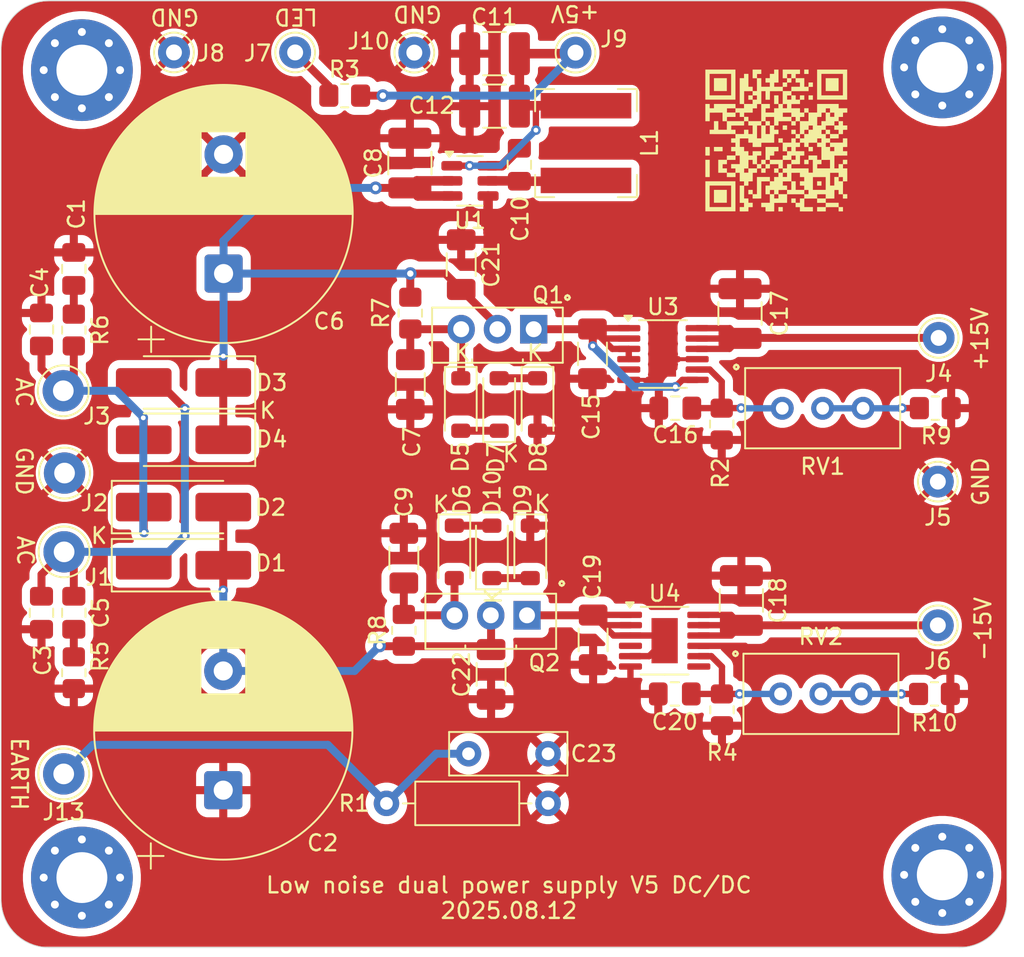
<source format=kicad_pcb>
(kicad_pcb (version 20241229) (generator "pcbnew") (generator_version "9.0")
  (layers (0 "F.Cu" signal) (2 "B.Cu" signal) (13 "F.Paste" user) (15 "B.Paste" user) (5 "F.SilkS" user "F.Silkscreen") (7 "B.SilkS" user "B.Silkscreen") (1 "F.Mask" user) (3 "B.Mask" user) (25 "Edge.Cuts" user))
  (net 0 "")
  (net 1 "GND")
  (net 2 "Net-(D3-K)")
  (net 3 "Net-(D1-A)")
  (net 4 "Net-(D1-K)")
  (net 5 "Net-(D2-K)")
  (net 6 "Net-(D5-K)")
  (net 7 "Net-(D6-A)")
  (net 8 "Net-(U1-BST)")
  (net 9 "Net-(C5-Pad2)")
  (net 10 "Net-(C6-Pad2)")
  (net 11 "/SWOUT")
  (net 12 "Net-(Q1-E)")
  (net 13 "Net-(U3-SET)")
  (net 14 "Net-(J4-Pin_1)")
  (net 15 "Net-(J6-Pin_1)")
  (net 16 "Net-(R9-Pad1)")
  (net 17 "Net-(R10-Pad2)")
  (net 18 "Net-(Q2-E)")
  (net 19 "Net-(U4-SET)")
  (net 20 "Net-(J13-Pin_1)")
  (net 21 "Net-(D5-A)")
  (net 22 "Net-(D10-A)")
  (net 23 "Net-(D7-A)")
  (net 24 "Net-(D10-K)")
  (net 25 "Net-(J7-Pin_1)")
  (net 29 "/VOUT")
  (footprint "MountingHole:MountingHole_3.2mm_M3_Pad_Via" (layer "F.Cu") (at 85.09 84.5)
    (property "Reference" "H2" (hide yes))
    (property "Value" "MountingHole")
  )
  (footprint "Connector_Pin:Pin_D1.0mm_L10.0mm" (layer "F.Cu") (at 138.9126 59.5884)
    (property "Reference" "J5")
    (property "Value" "GND")
  )
  (footprint "Capacitor_THT:CP_Radial_D16.0mm_P7.50mm" (layer "F.Cu") (at 94 46.5 90)
    (property "Reference" "C1")
    (property "Value" "2200uF")
  )
  (footprint "MountingHole:MountingHole_3.2mm_M3_Pad_Via" (layer "F.Cu") (at 85.09 33.7)
    (property "Reference" "H1" (hide yes))
    (property "Value" "MountingHole")
  )
  (footprint "MountingHole:MountingHole_3.2mm_M3_Pad_Via" (layer "F.Cu") (at 139.192 33.528)
    (property "Reference" "H4" (hide yes))
    (property "Value" "MountingHole")
  )
  (footprint "Connector_Pin:Pin_D1.3mm_L11.0mm" (layer "F.Cu") (at 83.9724 64.008)
    (property "Reference" "J1")
    (property "Value" "AC")
  )
  (footprint "Connector_Pin:Pin_D1.0mm_L10.0mm" (layer "F.Cu") (at 138.9634 50.546)
    (property "Reference" "J4")
    (property "Value" "+15V")
  )
  (footprint "Potentiometer_THT:Potentiometer_Bourns_3296W_Vertical" (layer "F.Cu") (at 129.1302 54.9756 180)
    (property "Reference" "RV1")
    (property "Value" "200k")
  )
  (footprint "Capacitor_THT:CP_Radial_D16.0mm_P7.50mm" (layer "F.Cu") (at 93.98 79 90)
    (property "Reference" "C2")
    (property "Value" "2200uF")
  )
  (footprint "MountingHole:MountingHole_3.2mm_M3_Pad_Via" (layer "F.Cu") (at 139.192 84.328)
    (property "Reference" "H3" (hide yes))
    (property "Value" "MountingHole")
  )
  (footprint "Connector_Pin:Pin_D1.0mm_L10.0mm" (layer "F.Cu") (at 98.5 32.5878)
    (property "Reference" "J7")
    (property "Value" "LED")
  )
  (footprint "Connector_Pin:Pin_D1.0mm_L10.0mm" (layer "F.Cu") (at 90.88 32.5878)
    (property "Reference" "J8")
    (property "Value" "GND")
  )
  (footprint "Connector_Pin:Pin_D1.0mm_L10.0mm" (layer "F.Cu") (at 116.1288 32.6005)
    (property "Reference" "J9")
    (property "Value" "+5V")
  )
  (footprint "Connector_Pin:Pin_D1.0mm_L10.0mm" (layer "F.Cu") (at 105.9942 32.6005)
    (property "Reference" "J10")
    (property "Value" "GND")
  )
  (footprint "Resistor_SMD:R_0805_2012Metric_Pad1.20x1.40mm_HandSolder" (layer "F.Cu") (at 101.616 35.306)
    (property "Reference" "R3")
    (property "Value" "240R")
  )
  (footprint "Connector_Pin:Pin_D1.3mm_L11.0mm" (layer "F.Cu") (at 84 59.0505)
    (property "Reference" "J2")
    (property "Value" "GND")
  )
  (footprint "Capacitor_SMD:C_1210_3225Metric_Pad1.33x2.70mm_HandSolder" (layer "F.Cu") (at 126.4732 49.0139 90)
    (property "Reference" "C17")
    (property "Value" "10uF/100V")
  )
  (footprint "Diode_SMD:D_SMA_Handsoldering" (layer "F.Cu") (at 91.48 64.849)
    (property "Reference" "D1")
    (property "Value" "BYG20D")
  )
  (footprint "Diode_SMD:D_SMA_Handsoldering" (layer "F.Cu") (at 91.48 61.1914)
    (property "Reference" "D2")
    (property "Value" "BYG20D")
  )
  (footprint "Potentiometer_THT:Potentiometer_Bourns_3296W_Vertical" (layer "F.Cu") (at 129.0217 72.9459 180)
    (property "Reference" "RV2")
    (property "Value" "200k")
  )
  (footprint "Connector_Pin:Pin_D1.3mm_L11.0mm" (layer "F.Cu") (at 83.9216 53.8734)
    (property "Reference" "J3")
    (property "Value" "AC")
  )
  (footprint "Diode_SMD:D_SMA_Handsoldering" (layer "F.Cu") (at 91.48 53.349 180)
    (property "Reference" "D3")
    (property "Value" "BYG20D")
  )
  (footprint "Diode_SMD:D_SMA_Handsoldering" (layer "F.Cu") (at 91.48 56.9558 180)
    (property "Reference" "D4")
    (property "Value" "BYG20D")
  )
  (footprint "Capacitor_SMD:C_0805_2012Metric_Pad1.18x1.45mm_HandSolder" (layer "F.Cu") (at 82.55 67.8395 -90)
    (property "Reference" "C3")
    (property "Value" "Cx/10nF/50V")
  )
  (footprint "Capacitor_SMD:C_0805_2012Metric_Pad1.18x1.45mm_HandSolder" (layer "F.Cu") (at 82.55 50.0165 -90)
    (property "Reference" "C4")
    (property "Value" "Cx/10nF/50V")
  )
  (footprint "Capacitor_SMD:C_0805_2012Metric_Pad1.18x1.45mm_HandSolder" (layer "F.Cu") (at 84.582 67.8395 -90)
    (property "Reference" "C5")
    (property "Value" "Cs/50V")
  )
  (footprint "Capacitor_SMD:C_0805_2012Metric_Pad1.18x1.45mm_HandSolder" (layer "F.Cu") (at 84.582 46.2065 -90)
    (property "Reference" "C6")
    (property "Value" "Cs/50V")
  )
  (footprint "Capacitor_SMD:C_1206_3216Metric_Pad1.33x1.80mm_HandSolder" (layer "F.Cu") (at 105.7402 53.4801 -90)
    (property "Reference" "C7")
    (property "Value" "4.7uF/100V")
  )
  (footprint "Capacitor_SMD:C_1206_3216Metric_Pad1.33x1.80mm_HandSolder" (layer "F.Cu") (at 105.3338 64.4013 -90)
    (property "Reference" "C9")
    (property "Value" "4.7uF/100V")
  )
  (footprint "Diode_SMD:D_SOD-123" (layer "F.Cu") (at 108.9152 54.736 -90)
    (property "Reference" "D5")
    (property "Value" "MMSZ5232B/5.6V")
  )
  (footprint "Diode_SMD:D_SOD-123" (layer "F.Cu") (at 108.508 64.009 -90)
    (property "Reference" "D6")
    (property "Value" "MMSZ5232B/5.6V")
  )
  (footprint "Package_TO_SOT_THT:TO-126-3_Vertical" (layer "F.Cu") (at 113.5 50 180)
    (property "Reference" "Q1")
    (property "Value" "BD139")
  )
  (footprint "Package_TO_SOT_THT:TO-126-3_Vertical" (layer "F.Cu") (at 113.08 68 180)
    (property "Reference" "Q2")
    (property "Value" "BD140")
  )
  (footprint "Resistor_SMD:R_0805_2012Metric_Pad1.20x1.40mm_HandSolder" (layer "F.Cu") (at 84.582 71.612 -90)
    (property "Reference" "R5")
    (property "Value" "Rs/1/8W")
  )
  (footprint "Resistor_SMD:R_0805_2012Metric_Pad1.20x1.40mm_HandSolder" (layer "F.Cu") (at 84.582 50.054 -90)
    (property "Reference" "R6")
    (property "Value" "Rs/1/8W")
  )
  (footprint "Resistor_SMD:R_0805_2012Metric_Pad1.20x1.40mm_HandSolder" (layer "F.Cu") (at 105.7402 48.9872 -90)
    (property "Reference" "R7")
    (property "Value" "430R/0.5W")
  )
  (footprint "Resistor_SMD:R_0805_2012Metric_Pad1.20x1.40mm_HandSolder" (layer "F.Cu") (at 105.3338 68.945 -90)
    (property "Reference" "R8")
    (property "Value" "430R/0.5W")
  )
  (footprint "Capacitor_SMD:C_1210_3225Metric_Pad1.33x2.70mm_HandSolder" (layer "F.Cu") (at 126.5579 67.0654 -90)
    (property "Reference" "C18")
    (property "Value" "10uF/100V")
  )
  (footprint "Diode_SMD:D_SOD-123" (layer "F.Cu") (at 111.3282 54.736 90)
    (property "Reference" "D7")
    (property "Value" "MMSZ5232B/5.6V")
  )
  (footprint "Diode_SMD:D_SOD-123" (layer "F.Cu") (at 113.7412 54.736 -90)
    (property "Reference" "D8")
    (property "Value" "MMSZ5232B/5.6V")
  )
  (footprint "Diode_SMD:D_SOD-123" (layer "F.Cu") (at 113.284 64.009 -90)
    (property "Reference" "D9")
    (property "Value" "MMSZ5232B/5.6V")
  )
  (footprint "Diode_SMD:D_SOD-123" (layer "F.Cu") (at 110.871 64.009 90)
    (property "Reference" "D10")
    (property "Value" "MMSZ5232B/5.6V")
  )
  (footprint "Capacitor_SMD:C_0805_2012Metric_Pad1.18x1.45mm_HandSolder" (layer "F.Cu") (at 122.3708 72.9459)
    (property "Reference" "C20")
    (property "Value" "470nF/50V")
  )
  (footprint "Connector_Pin:Pin_D1.0mm_L10.0mm" (layer "F.Cu") (at 138.9126 68.6308)
    (property "Reference" "J6")
    (property "Value" "-15V")
  )
  (footprint "Capacitor_SMD:C_1206_3216Metric_Pad1.33x1.80mm_HandSolder" (layer "F.Cu") (at 108.9406 45.9375 90)
    (property "Reference" "C21")
    (property "Value" "4.7uF/100V")
  )
  (footprint "Capacitor_SMD:C_1206_3216Metric_Pad1.33x1.80mm_HandSolder" (layer "F.Cu") (at 110.8202 71.7173 90)
    (property "Reference" "C22")
    (property "Value" "4.7uF/100V")
  )
  (footprint "Capacitor_SMD:C_1206_3216Metric_Pad1.33x1.80mm_HandSolder" (layer "F.Cu") (at 117.2361 69.5452 90)
    (property "Reference" "C19")
    (property "Value" "4.7uF/100V")
  )
  (footprint "Package_SO:MSOP-12-1EP_3x4.039mm_P0.65mm_EP1.651x2.845mm" (layer "F.Cu") (at 121.7332 69.5954)
    (property "Reference" "U4")
    (property "Value" "LT3094xMSE")
  )
  (footprint "Capacitor_SMD:C_1206_3216Metric_Pad1.33x1.80mm_HandSolder" (layer "F.Cu") (at 117.1956 51.5497 -90)
    (property "Reference" "C15")
    (property "Value" "4.7uF/100V")
  )
  (footprint "Capacitor_SMD:C_0805_2012Metric_Pad1.18x1.45mm_HandSolder" (layer "F.Cu") (at 122.4065 54.9656 180)
    (property "Reference" "C16")
    (property "Value" "470nF/50V")
  )
  (footprint "Package_SO:MSOP-12-1EP_3x4.039mm_P0.65mm_EP1.651x2.845mm" (layer "F.Cu") (at 121.6282 51.5614)
    (property "Reference" "U3")
    (property "Value" "LT3045xMSE")
  )
  (footprint "Capacitor_THT:C_Rect_L7.2mm_W2.5mm_P5.00mm_FKS2_FKP2_MKS2_MKP2" (layer "F.Cu") (at 109.4016 76.708)
    (property "Reference" "C23")
    (property "Value" "10nF")
  )
  (footprint "LOGO" (layer "F.Cu") (at 128.7526 38.1254)
    (property "Reference" "G***" (hide yes))
    (property "Value" "LOGO" (hide yes))
  )
  (footprint "Capacitor_SMD:C_0805_2012Metric_Pad1.18x1.45mm_HandSolder" (layer "F.Cu") (at 112.5982 39.6533 90)
    (property "Reference" "C10")
    (property "Value" "100nF/50V/X7R")
  )
  (footprint "Capacitor_SMD:C_1210_3225Metric_Pad1.33x2.70mm_HandSolder" (layer "F.Cu") (at 111.0365 35.9664 180)
    (property "Reference" "C12")
    (property "Value" "22uF/25V/X7R")
  )
  (footprint "Connector_Pin:Pin_D1.3mm_L11.0mm" (layer "F.Cu") (at 83.947 77.978)
    (property "Reference" "J13")
    (property "Value" "EARTH")
  )
  (footprint "Resistor_THT:R_Axial_DIN0207_L6.3mm_D2.5mm_P10.16mm_Horizontal" (layer "F.Cu") (at 114.4016 79.8322 180)
    (property "Reference" "R1")
    (property "Value" "100R/0.6W")
  )
  (footprint "Inductor_SMD:L_Bourns-SRN6028" (layer "F.Cu") (at 116.7892 38.29 90)
    (property "Reference" "L1")
    (property "Value" "4.7uH")
  )
  (footprint "Resistor_SMD:R_0805_2012Metric_Pad1.20x1.40mm_HandSolder" (layer "F.Cu") (at 138.6991 72.9459 180)
    (property "Reference" "R10")
    (property "Value" "Rvset")
  )
  (footprint "Resistor_SMD:R_0805_2012Metric_Pad1.20x1.40mm_HandSolder" (layer "F.Cu") (at 125.3387 73.9459 90)
    (property "Reference" "R4")
    (property "Value" "Rvset")
  )
  (footprint "Capacitor_SMD:C_1210_3225Metric_Pad1.33x2.70mm_HandSolder" (layer "F.Cu") (at 111.0357 32.6644 180)
    (property "Reference" "C11")
    (property "Value" "22uF/25V/X7R")
  )
  (footprint "Resistor_SMD:R_0805_2012Metric_Pad1.20x1.40mm_HandSolder" (layer "F.Cu") (at 125.3236 55.9656 -90)
    (property "Reference" "R2")
    (property "Value" "Rvset")
  )
  (footprint "Capacitor_SMD:C_1210_3225Metric_Pad1.33x2.70mm_HandSolder" (layer "F.Cu") (at 105.7148 39.547 90)
    (property "Reference" "C8")
    (property "Value" "10uF/100V/X7R")
  )
  (footprint "Resistor_SMD:R_0805_2012Metric_Pad1.20x1.40mm_HandSolder" (layer "F.Cu") (at 138.7508 54.9656)
    (property "Reference" "R9")
    (property "Value" "Rvset")
  )
  (footprint "Package_TO_SOT_SMD:TSOT-23-6" (layer "F.Cu") (at 109.4939 40.6675)
    (property "Reference" "U1")
    (property "Value" "AP63205WU")
  )
  (gr_arc (start 80.01 32.337) (mid 80.88868 30.21568) (end 83.01 29.337) (stroke (width 0.05)) (layer "Edge.Cuts"))
  (gr_line (start 80.01 85.9) (end 80.01 32.337) (stroke (width 0.05)) (layer "Edge.Cuts"))
  (gr_line (start 83.01 29.337) (end 140.256 29.337) (stroke (width 0.05)) (layer "Edge.Cuts"))
  (gr_arc (start 143.256 85.9) (mid 142.37732 88.02132) (end 140.256 88.9) (stroke (width 0.05)) (layer "Edge.Cuts"))
  (gr_arc (start 83.01 88.9) (mid 80.88868 88.02132) (end 80.01 85.9) (stroke (width 0.05)) (layer "Edge.Cuts"))
  (gr_arc (start 140.256 29.337) (mid 142.37732 30.21568) (end 143.256 32.337) (stroke (width 0.05)) (layer "Edge.Cuts"))
  (gr_line (start 140.256 88.9) (end 83.01 88.9) (stroke (width 0.05)) (layer "Edge.Cuts"))
  (gr_line (start 143.256 32.337) (end 143.256 85.9) (stroke (width 0.05)) (layer "Edge.Cuts"))
  (gr_text "LED" (at 98.552 30.353 180) (layer "F.SilkS") (effects (font (size 1 1))))
  (gr_text "GND" (at 90.932 30.353 180) (layer "F.SilkS") (effects (font (size 1 1))))
  (gr_text "+5V" (at 116.1034 30.1367 180) (layer "F.SilkS") (effects (font (size 1 1))))
  (gr_text "K" (at 86.1695 62.992 0) (layer "F.SilkS") (effects (font (size 1 1))))
  (gr_text "K" (at 96.774 55.118 0) (layer "F.SilkS") (effects (font (size 1 1))))
  (gr_text "K" (at 107.6706 61.0108 0) (layer "F.SilkS") (effects (font (size 1 1))))
  (gr_text "°" (at 126.238 52.7812 0) (layer "F.SilkS") (effects (font (size 1 1))))
  (gr_text "°" (at 115.6208 48.4124 0) (layer "F.SilkS") (effects (font (size 1 1))))
  (gr_text "°" (at 115.2652 66.3956 0) (layer "F.SilkS") (effects (font (size 1 1))))
  (gr_text "-15V" (at 141.7574 68.8594 90) (layer "F.SilkS") (effects (font (size 1 1))))
  (gr_text "AC" (at 81.4578 53.975 270) (layer "F.SilkS") (effects (font (size 1 1))))
  (gr_text "K" (at 109.0168 51.4858 0) (layer "F.SilkS") (effects (font (size 1 1))))
  (gr_text "K" (at 112.0648 57.8612 0) (layer "F.SilkS") (effects (font (size 1 1))))
  (gr_text "EARTH" (at 81.153 77.978 270) (layer "F.SilkS") (effects (font (size 1 1))))
  (gr_text "GND" (at 141.605 59.5884 90) (layer "F.SilkS") (effects (font (size 1 1))))
  (gr_text "K" (at 114.046 60.96 0) (layer "F.SilkS") (effects (font (size 1 1))))
  (gr_text "°" (at 126.1872 70.8152 0) (layer "F.SilkS") (effects (font (size 1 1))))
  (gr_text "K" (at 113.5888 51.4858 0) (layer "F.SilkS") (effects (font (size 1 1))))
  (gr_text "K" (at 110.9726 66.802 90) (layer "F.SilkS") (effects (font (size 1 1))))
  (gr_text "GND" (at 81.4578 58.927955 270) (layer "F.SilkS") (effects (font (size 1 1))))
  (gr_text "GND" (at 106.1974 30.1621 180) (layer "F.SilkS") (effects (font (size 1 1))))
  (gr_text "Low noise dual power supply V5 DC/DC\n2025.08.12" (at 111.9378 85.7758 0) (layer "F.SilkS") (effects (font (size 1 1))))
  (gr_text "AC" (at 81.534 63.9318 270) (layer "F.SilkS") (effects (font (size 1 1))))
  (gr_text "+15V" (at 141.5542 50.6222 90) (layer "F.SilkS") (effects (font (size 1 1))))
  (segment (start 119.4782 53.1864) (end 119.6782 53.3864) (width 0.25) (layer "F.Cu") (net 1))
  (segment (start 123.7782 51.8864) (end 121.9532 51.8864) (width 0.25) (layer "F.Cu") (net 1))
  (segment (start 110.6314 41.6175) (end 110.6314 43.9433) (width 0.6) (layer "F.Cu") (net 1))
  (segment (start 110.6314 43.9433) (end 110.6678 43.9797) (width 0.6) (layer "F.Cu") (net 1))
  (segment (start 126.7836 69.9204) (end 128.0311 71.1679) (width 0.4) (layer "F.Cu") (net 1))
  (segment (start 121.0792 53.1864) (end 121.2662 52.9994) (width 0.25) (layer "F.Cu") (net 1))
  (segment (start 119.4782 53.1864) (end 121.0792 53.1864) (width 0.25) (layer "F.Cu") (net 1))
  (segment (start 123.8832 69.9204) (end 126.7836 69.9204) (width 0.4) (layer "F.Cu") (net 1))
  (segment (start 119.5832 71.2204) (end 119.5832 73.5584) (width 0.25) (layer "F.Cu") (net 1))
  (segment (start 93.98 53.349) (end 93.98 51.689) (width 0.5) (layer "F.Cu") (net 2))
  (segment (start 111.22 50) (end 111.22 49.7794) (width 0.5) (layer "F.Cu") (net 2))
  (segment (start 108.3564 41.6175) (end 106.2228 41.6175) (width 0.6) (layer "F.Cu") (net 2))
  (segment (start 108.3564 40.6675) (end 106.1568 40.6675) (width 0.6) (layer "F.Cu") (net 2))
  (segment (start 111.22 49.7794) (end 108.9406 47.5) (width 0.5) (layer "F.Cu") (net 2))
  (segment (start 106.1568 40.6675) (end 105.7148 41.1095) (width 0.6) (layer "F.Cu") (net 2))
  (segment (start 107.9406 46.5) (end 108.9406 47.5) (width 0.5) (layer "F.Cu") (net 2))
  (segment (start 106.2228 41.6175) (end 105.7148 41.1095) (width 0.6) (layer "F.Cu") (net 2))
  (segment (start 93.98 56.9558) (end 93.98 53.349) (width 0.5) (layer "F.Cu") (net 2))
  (segment (start 105.7148 41.1095) (end 103.5558 41.1095) (width 0.5) (layer "F.Cu") (net 2))
  (segment (start 105.7402 46.5) (end 107.9406 46.5) (width 0.5) (layer "F.Cu") (net 2))
  (segment (start 105.7402 47.9872) (end 105.7402 46.5) (width 0.5) (layer "F.Cu") (net 2))
  (via (at 105.7402 46.5) (size 0.8) (drill 0.4) (layers "F.Cu" "B.Cu") (net 2))
  (via (at 103.5558 41.1095) (size 0.8) (drill 0.4) (layers "F.Cu" "B.Cu") (net 2))
  (via (at 93.98 51.689) (size 0.6) (drill 0.3) (layers "F.Cu" "B.Cu") (net 2))
  (segment (start 94 51.669) (end 94 46.5) (width 0.5) (layer "B.Cu") (net 2))
  (segment (start 93.98 51.689) (end 94 51.669) (width 0.5) (layer "B.Cu") (net 2))
  (segment (start 105.7402 46.5) (end 94 46.5) (width 0.5) (layer "B.Cu") (net 2))
  (segment (start 97.3205 41.1095) (end 93.98 44.45) (width 0.5) (layer "B.Cu") (net 2))
  (segment (start 93.98 44.45) (end 94 44.47) (width 0.5) (layer "B.Cu") (net 2))
  (segment (start 103.5558 41.1095) (end 97.3205 41.1095) (width 0.5) (layer "B.Cu") (net 2))
  (segment (start 94 44.47) (end 94 46.5) (width 0.5) (layer "B.Cu") (net 2))
  (segment (start 110.8202 68.0202) (end 110.8 68) (width 0.5) (layer "F.Cu") (net 3))
  (segment (start 93.98 61.1914) (end 93.98 64.849) (width 0.5) (layer "F.Cu") (net 3))
  (segment (start 105.3338 69.945) (end 110.6104 69.945) (width 0.5) (layer "F.Cu") (net 3))
  (segment (start 93.98 64.849) (end 93.98 66.421) (width 0.5) (layer "F.Cu") (net 3))
  (segment (start 103.8286 69.945) (end 103.8098 69.9262) (width 0.5) (layer "F.Cu") (net 3))
  (segment (start 110.6104 69.945) (end 110.8202 70.1548) (width 0.5) (layer "F.Cu") (net 3))
  (segment (start 110.8202 70.1548) (end 110.8202 68.0202) (width 0.5) (layer "F.Cu") (net 3))
  (segment (start 105.3338 69.945) (end 103.8286 69.945) (width 0.5) (layer "F.Cu") (net 3))
  (via (at 103.8098 69.9262) (size 0.8) (drill 0.4) (layers "F.Cu" "B.Cu") (net 3))
  (via (at 93.98 66.421) (size 0.6) (drill 0.3) (layers "F.Cu" "B.Cu") (net 3))
  (segment (start 102.236 71.5) (end 93.98 71.5) (width 0.5) (layer "B.Cu") (net 3))
  (segment (start 103.8098 69.9262) (end 102.236 71.5) (width 0.5) (layer "B.Cu") (net 3))
  (segment (start 93.98 66.421) (end 93.98 71.5) (width 0.5) (layer "B.Cu") (net 3))
  (segment (start 89.925 53.349) (end 91.567 54.991) (width 0.5) (layer "F.Cu") (net 4))
  (segment (start 84.582 66.802) (end 84.582 64.6176) (width 0.5) (layer "F.Cu") (net 4))
  (segment (start 82.55 65.4304) (end 83.9724 64.008) (width 0.5) (layer "F.Cu") (net 4))
  (segment (start 89.71 64.849) (end 91.567 62.992) (width 0.5) (layer "F.Cu") (net 4))
  (segment (start 82.55 66.802) (end 82.55 65.4304) (width 0.5) (layer "F.Cu") (net 4))
  (via (at 91.567 54.991) (size 0.6) (drill 0.3) (layers "F.Cu" "B.Cu") (net 4))
  (via (at 91.567 62.992) (size 0.6) (drill 0.3) (layers "F.Cu" "B.Cu") (net 4))
  (segment (start 90.551 64.008) (end 91.567 62.992) (width 0.5) (layer "B.Cu") (net 4))
  (segment (start 91.567 62.992) (end 91.567 54.991) (width 0.5) (layer "B.Cu") (net 4))
  (segment (start 83.9724 64.008) (end 90.551 64.008) (width 0.5) (layer "B.Cu") (net 4))
  (segment (start 88.98 61.1914) (end 88.98 62.7672) (width 0.5) (layer "F.Cu") (net 5))
  (segment (start 88.98 55.6044) (end 88.9508 55.5752) (width 0.5) (layer "F.Cu") (net 5))
  (segment (start 88.98 56.9558) (end 88.98 55.6044) (width 0.5) (layer "F.Cu") (net 5))
  (segment (start 84.582 51.054) (end 84.582 53.213) (width 0.5) (layer "F.Cu") (net 5))
  (segment (start 82.55 51.054) (end 82.55 52.5018) (width 0.5) (layer "F.Cu") (net 5))
  (segment (start 82.55 52.5018) (end 83.9216 53.8734) (width 0.5) (layer "F.Cu") (net 5))
  (segment (start 88.98 62.7672) (end 89.0016 62.7888) (width 0.5) (layer "F.Cu") (net 5))
  (via (at 89.0016 62.7888) (size 0.6) (drill 0.3) (layers "F.Cu" "B.Cu") (net 5))
  (via (at 88.9508 55.5752) (size 0.6) (drill 0.3) (layers "F.Cu" "B.Cu") (net 5))
  (segment (start 88.9508 55.5453) (end 87.2789 53.8734) (width 0.5) (layer "B.Cu") (net 5))
  (segment (start 88.9508 55.5752) (end 88.9508 55.5453) (width 0.5) (layer "B.Cu") (net 5))
  (segment (start 88.9508 62.738) (end 88.9508 55.5752) (width 0.5) (layer "B.Cu") (net 5))
  (segment (start 89.0016 62.7888) (end 88.9508 62.738) (width 0.5) (layer "B.Cu") (net 5))
  (segment (start 83.9216 53.8734) (end 87.2789 53.8734) (width 0.5) (layer "B.Cu") (net 5))
  (segment (start 108.94 50) (end 105.753 50) (width 0.5) (layer "F.Cu") (net 6))
  (segment (start 105.753 50) (end 105.7402 49.9872) (width 0.5) (layer "F.Cu") (net 6))
  (segment (start 105.7402 49.9872) (end 105.7402 51.9176) (width 0.5) (layer "F.Cu") (net 6))
  (segment (start 108.94 50) (end 108.94 53.0612) (width 0.5) (layer "F.Cu") (net 6))
  (segment (start 108.94 53.0612) (end 108.9152 53.086) (width 0.5) (layer "F.Cu") (net 6))
  (segment (start 105.3888 68) (end 105.3338 67.945) (width 0.5) (layer "F.Cu") (net 7))
  (segment (start 108.52 65.671) (end 108.508 65.659) (width 0.5) (layer "F.Cu") (net 7))
  (segment (start 108.52 68) (end 108.52 65.671) (width 0.5) (layer "F.Cu") (net 7))
  (segment (start 108.52 68) (end 105.3888 68) (width 0.5) (layer "F.Cu") (net 7))
  (segment (start 105.3338 67.945) (end 105.3338 65.9638) (width 0.5) (layer "F.Cu") (net 7))
  (segment (start 110.6314 39.7175) (end 111.4965 39.7175) (width 0.6) (layer "F.Cu") (net 8))
  (segment (start 111.4965 39.7175) (end 112.5982 38.6158) (width 0.6) (layer "F.Cu") (net 8))
  (segment (start 84.582 70.612) (end 84.582 68.877) (width 0.5) (layer "F.Cu") (net 9))
  (segment (start 84.582 49.054) (end 84.582 47.244) (width 0.5) (layer "F.Cu") (net 10))
  (segment (start 112.5982 40.6908) (end 116.7384 40.6908) (width 0.6) (layer "F.Cu") (net 11))
  (segment (start 110.6314 40.6675) (end 112.5749 40.6675) (width 0.6) (layer "F.Cu") (net 11))
  (segment (start 112.5749 40.6675) (end 112.5982 40.6908) (width 0.6) (layer "F.Cu") (net 11))
  (segment (start 116.7384 40.6908) (end 116.7892 40.64) (width 0.6) (layer "F.Cu") (net 11))
  (segment (start 119.4782 51.8864) (end 119.4782 51.2364) (width 0.4) (layer "F.Cu") (net 12))
  (segment (start 123.7782 53.1864) (end 122.8472 53.1864) (width 0.4) (layer "F.Cu") (net 12))
  (segment (start 117.2464 49.9364) (end 117.1956 49.9872) (width 0.4) (layer "F.Cu") (net 12))
  (segment (start 119.4782 49.9364) (end 117.2464 49.9364) (width 0.4) (layer "F.Cu") (net 12))
  (segment (start 117.2149 50.0065) (end 117.1956 49.9872) (width 0.5) (layer "F.Cu") (net 12))
  (segment (start 117.7948 50.5864) (end 117.1956 49.9872) (width 0.4) (layer "F.Cu") (net 12))
  (segment (start 119.4782 50.5864) (end 117.7948 50.5864) (width 0.4) (layer "F.Cu") (net 12))
  (segment (start 117.2149 51.054) (end 117.2149 50.0065) (width 0.5) (layer "F.Cu") (net 12))
  (segment (start 117.1828 50) (end 117.1956 49.9872) (width 0.5) (layer "F.Cu") (net 12))
  (segment (start 118.4448 51.2364) (end 117.1956 49.9872) (width 0.4) (layer "F.Cu") (net 12))
  (segment (start 122.8472 53.1864) (end 122.4092 53.6244) (width 0.4) (layer "F.Cu") (net 12))
  (segment (start 119.4782 51.2364) (end 118.4448 51.2364) (width 0.4) (layer "F.Cu") (net 12))
  (segment (start 113.5 50) (end 117.1828 50) (width 0.5) (layer "F.Cu") (net 12))
  (via (at 122.4092 53.6244) (size 0.6) (drill 0.3) (layers "F.Cu" "B.Cu") (net 12))
  (via (at 117.2149 51.054) (size 0.6) (drill 0.3) (layers "F.Cu" "B.Cu") (net 12))
  (segment (start 119.7853 53.6244) (end 117.2149 51.054) (width 0.5) (layer "B.Cu") (net 12))
  (segment (start 122.4092 53.6244) (end 119.7853 53.6244) (width 0.5) (layer "B.Cu") (net 12))
  (segment (start 125.3236 53.295508) (end 125.3236 54.9656) (width 0.4) (layer "F.Cu") (net 13))
  (segment (start 123.7782 52.5364) (end 124.564492 52.5364) (width 0.4) (layer "F.Cu") (net 13))
  (segment (start 124.564492 52.5364) (end 125.3236 53.295508) (width 0.4) (layer "F.Cu") (net 13))
  (segment (start 125.3236 54.9656) (end 123.444 54.9656) (width 0.4) (layer "F.Cu") (net 13))
  (segment (start 126.5428 54.9656) (end 125.3236 54.9656) (width 0.4) (layer "F.Cu") (net 13))
  (via (at 126.5428 54.9656) (size 0.6) (drill 0.3) (layers "F.Cu" "B.Cu") (net 13))
  (segment (start 129.1302 54.9756) (end 126.5528 54.9756) (width 0.4) (layer "B.Cu") (net 13))
  (segment (start 126.5528 54.9756) (end 126.5428 54.9656) (width 0.4) (layer "B.Cu") (net 13))
  (segment (start 123.7782 50.5864) (end 126.4632 50.5864) (width 0.4) (layer "F.Cu") (net 14))
  (segment (start 126.5036 50.546) (end 126.4732 50.5764) (width 0.5) (layer "F.Cu") (net 14))
  (segment (start 138.9634 50.546) (end 126.5036 50.546) (width 0.5) (layer "F.Cu") (net 14))
  (segment (start 123.7782 49.9364) (end 125.8332 49.9364) (width 0.4) (layer "F.Cu") (net 14))
  (segment (start 123.7782 51.2364) (end 125.8132 51.2364) (width 0.4) (layer "F.Cu") (net 14))
  (segment (start 125.8332 49.9364) (end 126.4732 50.5764) (width 0.4) (layer "F.Cu") (net 14))
  (segment (start 125.8132 51.2364) (end 126.4732 50.5764) (width 0.4) (layer "F.Cu") (net 14))
  (segment (start 126.4632 50.5864) (end 126.4732 50.5764) (width 0.4) (layer "F.Cu") (net 14))
  (segment (start 123.8832 68.6204) (end 126.5504 68.6204) (width 0.4) (layer "F.Cu") (net 15))
  (segment (start 138.9126 68.6308) (end 126.5608 68.6308) (width 0.5) (layer "F.Cu") (net 15))
  (segment (start 126.5504 68.6204) (end 126.5579 68.6279) (width 0.4) (layer "F.Cu") (net 15))
  (segment (start 123.8832 69.2704) (end 125.9154 69.2704) (width 0.4) (layer "F.Cu") (net 15))
  (segment (start 126.5608 68.6308) (end 126.5579 68.6279) (width 0.5) (layer "F.Cu") (net 15))
  (segment (start 125.9154 69.2704) (end 126.5579 68.6279) (width 0.4) (layer "F.Cu") (net 15))
  (segment (start 123.8832 67.9704) (end 125.9004 67.9704) (width 0.4) (layer "F.Cu") (net 15))
  (segment (start 125.9004 67.9704) (end 126.5579 68.6279) (width 0.4) (layer "F.Cu") (net 15))
  (segment (start 136.652 54.9656) (end 137.7508 54.9656) (width 0.4) (layer "F.Cu") (net 16))
  (segment (start 137.7508 55.5294) (end 137.7408 55.5394) (width 0.25) (layer "F.Cu") (net 16))
  (via (at 136.652 54.9656) (size 0.6) (drill 0.3) (layers "F.Cu" "B.Cu") (net 16))
  (segment (start 131.6702 54.9756) (end 134.2102 54.9756) (width 0.4) (layer "B.Cu") (net 16))
  (segment (start 136.642 54.9756) (end 136.652 54.9656) (width 0.4) (layer "B.Cu") (net 16))
  (segment (start 134.2102 54.9756) (end 136.642 54.9756) (width 0.4) (layer "B.Cu") (net 16))
  (segment (start 136.6012 72.9488) (end 137.6962 72.9488) (width 0.4) (layer "F.Cu") (net 17))
  (segment (start 137.6962 72.9488) (end 137.6991 72.9459) (width 0.4) (layer "F.Cu") (net 17))
  (via (at 136.6012 72.9488) (size 0.6) (drill 0.3) (layers "F.Cu" "B.Cu") (net 17))
  (segment (start 136.5983 72.9459) (end 136.6012 72.9488) (width 0.4) (layer "B.Cu") (net 17))
  (segment (start 131.5617 72.9459) (end 134.1017 72.9459) (width 0.4) (layer "B.Cu") (net 17))
  (segment (start 134.1017 72.9459) (end 136.5983 72.9459) (width 0.4) (layer "B.Cu") (net 17))
  (segment (start 119.5832 67.9704) (end 117.2484 67.9704) (width 0.4) (layer "F.Cu") (net 18))
  (segment (start 119.5832 70.5704) (end 120.7582 70.5704) (width 0.4) (layer "F.Cu") (net 18))
  (segment (start 119.5832 69.2704) (end 121.4082 69.2704) (width 0.4) (layer "F.Cu") (net 18))
  (segment (start 121.4082 69.2704) (end 121.7332 69.5954) (width 0.4) (layer "F.Cu") (net 18))
  (segment (start 120.7582 70.5704) (end 121.7332 69.5954) (width 0.4) (layer "F.Cu") (net 18))
  (segment (start 119.5832 69.2704) (end 118.5238 69.2704) (width 0.4) (layer "F.Cu") (net 18))
  (segment (start 117.8738 68.6204) (end 117.2361 67.9827) (width 0.4) (layer "F.Cu") (net 18))
  (segment (start 119.5832 68.6204) (end 117.8738 68.6204) (width 0.4) (layer "F.Cu") (net 18))
  (segment (start 113.08 68) (end 117.2188 68) (width 0.5) (layer "F.Cu") (net 18))
  (segment (start 117.2188 68) (end 117.2361 67.9827) (width 0.5) (layer "F.Cu") (net 18))
  (segment (start 118.5238 69.2704) (end 117.2361 67.9827) (width 0.4) (layer "F.Cu") (net 18))
  (segment (start 117.2484 67.9704) (end 117.2361 67.9827) (width 0.4) (layer "F.Cu") (net 18))
  (segment (start 126.4412 72.9488) (end 125.3416 72.9488) (width 0.4) (layer "F.Cu") (net 19))
  (segment (start 123.8832 70.5704) (end 124.669492 70.5704) (width 0.4) (layer "F.Cu") (net 19))
  (segment (start 125.3416 72.9488) (end 125.3387 72.9459) (width 0.4) (layer "F.Cu") (net 19))
  (segment (start 124.669492 70.5704) (end 125.3387 71.239608) (width 0.4) (layer "F.Cu") (net 19))
  (segment (start 125.3387 72.9459) (end 123.4083 72.9459) (width 0.4) (layer "F.Cu") (net 19))
  (segment (start 125.3387 71.239608) (end 125.3387 72.9459) (width 0.4) (layer "F.Cu") (net 19))
  (via (at 126.4412 72.9488) (size 0.6) (drill 0.3) (layers "F.Cu" "B.Cu") (net 19))
  (segment (start 129.0217 72.9459) (end 126.4441 72.9459) (width 0.4) (layer "B.Cu") (net 19))
  (segment (start 126.4441 72.9459) (end 126.4412 72.9488) (width 0.4) (layer "B.Cu") (net 19))
  (segment (start 109.4016 76.708) (end 107.3658 76.708) (width 0.5) (layer "B.Cu") (net 20))
  (segment (start 100.5586 76.1492) (end 104.2416 79.8322) (width 0.5) (layer "B.Cu") (net 20))
  (segment (start 85.7758 76.1492) (end 100.5586 76.1492) (width 0.5) (layer "B.Cu") (net 20))
  (segment (start 107.3658 76.708) (end 104.2416 79.8322) (width 0.5) (layer "B.Cu") (net 20))
  (segment (start 83.947 77.978) (end 85.7758 76.1492) (width 0.5) (layer "B.Cu") (net 20))
  (segment (start 108.9152 56.386) (end 111.3282 56.386) (width 0.5) (layer "F.Cu") (net 21))
  (segment (start 108.508 62.359) (end 110.871 62.359) (width 0.5) (layer "F.Cu") (net 22))
  (segment (start 111.3282 53.086) (end 113.7412 53.086) (width 0.5) (layer "F.Cu") (net 23))
  (segment (start 110.871 65.659) (end 113.3856 65.659) (width 0.5) (layer "F.Cu") (net 24))
  (segment (start 100.616 34.7038) (end 98.5 32.5878) (width 0.5) (layer "F.Cu") (net 25))
  (segment (start 100.616 35.306) (end 100.616 34.7038) (width 0.5) (layer "F.Cu") (net 25))
  (segment (start 116.0649 32.6644) (end 116.1288 32.6005) (width 0.6) (layer "F.Cu") (net 29))
  (segment (start 112.599 35.9664) (end 112.599 32.6652) (width 0.6) (layer "F.Cu") (net 29))
  (segment (start 113.6396 35.94) (end 113.6396 37.4773) (width 0.4) (layer "F.Cu") (net 29))
  (segment (start 113.6396 35.94) (end 112.6254 35.94) (width 0.6) (layer "F.Cu") (net 29))
  (segment (start 112.599 32.6652) (end 112.5982 32.6644) (width 0.6) (layer "F.Cu") (net 29))
  (segment (start 112.5982 32.6644) (end 116.0649 32.6644) (width 0.6) (layer "F.Cu") (net 29))
  (segment (start 108.360093 39.713807) (end 108.3564 39.7175) (width 0.4) (layer "F.Cu") (net 29))
  (segment (start 112.6254 35.94) (end 112.599 35.9664) (width 0.6) (layer "F.Cu") (net 29))
  (segment (start 116.7892 35.94) (end 113.6396 35.94) (width 0.6) (layer "F.Cu") (net 29))
  (segment (start 102.616 35.306) (end 104.013 35.306) (width 0.5) (layer "F.Cu") (net 29))
  (segment (start 109.4689 39.713807) (end 108.360093 39.713807) (width 0.4) (layer "F.Cu") (net 29))
  (via (at 109.4689 39.713807) (size 0.6) (drill 0.3) (layers "F.Cu" "B.Cu") (net 29))
  (via (at 104.013 35.306) (size 0.8) (drill 0.4) (layers "F.Cu" "B.Cu") (net 29))
  (via (at 113.6396 37.4773) (size 0.6) (drill 0.3) (layers "F.Cu" "B.Cu") (net 29))
  (segment (start 111.403093 39.713807) (end 109.4689 39.713807) (width 0.4) (layer "B.Cu") (net 29))
  (segment (start 113.6396 37.4773) (end 111.403093 39.713807) (width 0.4) (layer "B.Cu") (net 29))
  (segment (start 104.013 35.306) (end 113.4233 35.306) (width 0.5) (layer "B.Cu") (net 29))
  (segment (start 113.4233 35.306) (end 116.1288 32.6005) (width 0.5) (layer "B.Cu") (net 29))
  (zone (net 1) (net_name "GND") (layer "F.Cu") (connect_pads (clearance 0.508)) (min_thickness 0.254) (fill yes (thermal_gap 0.508) (thermal_bridge_width 0.508))
    (polygon (pts (xy 143.2906 88.849) (xy 80 88.849) (xy 80 29.302) (xy 143.2906 29.302)))
  )
)
</source>
